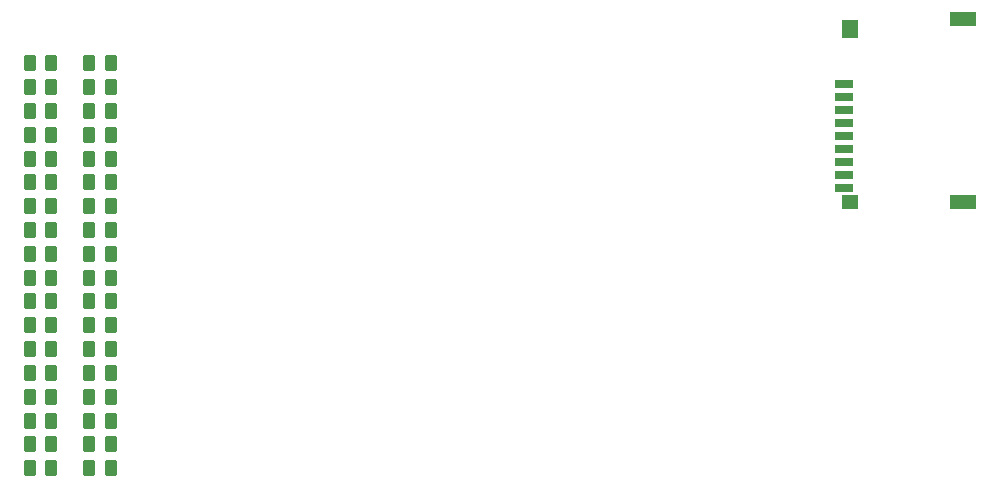
<source format=gtp>
G04 #@! TF.GenerationSoftware,KiCad,Pcbnew,(6.0.4)*
G04 #@! TF.CreationDate,2022-09-08T18:29:31-05:00*
G04 #@! TF.ProjectId,v2-PowerBook-BLUESCSI-dehij,76322d50-6f77-4657-9242-6f6f6b2d424c,rev?*
G04 #@! TF.SameCoordinates,Original*
G04 #@! TF.FileFunction,Paste,Top*
G04 #@! TF.FilePolarity,Positive*
%FSLAX46Y46*%
G04 Gerber Fmt 4.6, Leading zero omitted, Abs format (unit mm)*
G04 Created by KiCad (PCBNEW (6.0.4)) date 2022-09-08 18:29:31*
%MOMM*%
%LPD*%
G01*
G04 APERTURE LIST*
G04 Aperture macros list*
%AMRoundRect*
0 Rectangle with rounded corners*
0 $1 Rounding radius*
0 $2 $3 $4 $5 $6 $7 $8 $9 X,Y pos of 4 corners*
0 Add a 4 corners polygon primitive as box body*
4,1,4,$2,$3,$4,$5,$6,$7,$8,$9,$2,$3,0*
0 Add four circle primitives for the rounded corners*
1,1,$1+$1,$2,$3*
1,1,$1+$1,$4,$5*
1,1,$1+$1,$6,$7*
1,1,$1+$1,$8,$9*
0 Add four rect primitives between the rounded corners*
20,1,$1+$1,$2,$3,$4,$5,0*
20,1,$1+$1,$4,$5,$6,$7,0*
20,1,$1+$1,$6,$7,$8,$9,0*
20,1,$1+$1,$8,$9,$2,$3,0*%
G04 Aperture macros list end*
%ADD10RoundRect,0.250000X0.262500X0.450000X-0.262500X0.450000X-0.262500X-0.450000X0.262500X-0.450000X0*%
%ADD11RoundRect,0.250000X-0.262500X-0.450000X0.262500X-0.450000X0.262500X0.450000X-0.262500X0.450000X0*%
%ADD12R,1.600000X0.700000*%
%ADD13R,2.200000X1.200000*%
%ADD14R,1.400000X1.600000*%
%ADD15R,1.400000X1.200000*%
G04 APERTURE END LIST*
D10*
X92530144Y-98512352D03*
X90705144Y-98512352D03*
X92530144Y-102542940D03*
X90705144Y-102542940D03*
X92530144Y-104558234D03*
X90705144Y-104558234D03*
X92530144Y-106573528D03*
X90705144Y-106573528D03*
X92530144Y-108588822D03*
X90705144Y-108588822D03*
X92530144Y-110604116D03*
X90705144Y-110604116D03*
X92530144Y-112619410D03*
X90705144Y-112619410D03*
X92530144Y-114634704D03*
X90705144Y-114634704D03*
X92530144Y-116650000D03*
X90705144Y-116650000D03*
X92530144Y-100527646D03*
X90705144Y-100527646D03*
X92530144Y-94481764D03*
X90705144Y-94481764D03*
X92530144Y-92466470D03*
X90705144Y-92466470D03*
X92530144Y-88435882D03*
X90705144Y-88435882D03*
X92530144Y-96497058D03*
X90705144Y-96497058D03*
X92530144Y-90451176D03*
X90705144Y-90451176D03*
X92530144Y-84405294D03*
X90705144Y-84405294D03*
X92530144Y-82390000D03*
X90705144Y-82390000D03*
X92530144Y-86420588D03*
X90705144Y-86420588D03*
D11*
X85667500Y-102542940D03*
X87492500Y-102542940D03*
X85667500Y-104558234D03*
X87492500Y-104558234D03*
X85667500Y-106573528D03*
X87492500Y-106573528D03*
X85667500Y-108588822D03*
X87492500Y-108588822D03*
X85667500Y-110604116D03*
X87492500Y-110604116D03*
X85667500Y-112619410D03*
X87492500Y-112619410D03*
X85667500Y-114634704D03*
X87492500Y-114634704D03*
X85667500Y-116650000D03*
X87492500Y-116650000D03*
X85667500Y-100527646D03*
X87492500Y-100527646D03*
X85667500Y-98512352D03*
X87492500Y-98512352D03*
X85667500Y-94481764D03*
X87492500Y-94481764D03*
X85667500Y-92466470D03*
X87492500Y-92466470D03*
X85667500Y-88435882D03*
X87492500Y-88435882D03*
X85667500Y-96497058D03*
X87492500Y-96497058D03*
X85667500Y-90451176D03*
X87492500Y-90451176D03*
X85667500Y-84405294D03*
X87492500Y-84405294D03*
X85667500Y-82390000D03*
X87492500Y-82390000D03*
X85667500Y-86420588D03*
X87492500Y-86420588D03*
D12*
X154600000Y-84160000D03*
X154600000Y-85260000D03*
X154600000Y-86360000D03*
X154600000Y-87460000D03*
X154600000Y-88560000D03*
D13*
X164700000Y-78610000D03*
D14*
X155100000Y-79510000D03*
D12*
X154600000Y-89660000D03*
D13*
X164700000Y-94110000D03*
D15*
X155100000Y-94110000D03*
D12*
X154600000Y-90760000D03*
X154600000Y-91860000D03*
X154600000Y-92960000D03*
M02*

</source>
